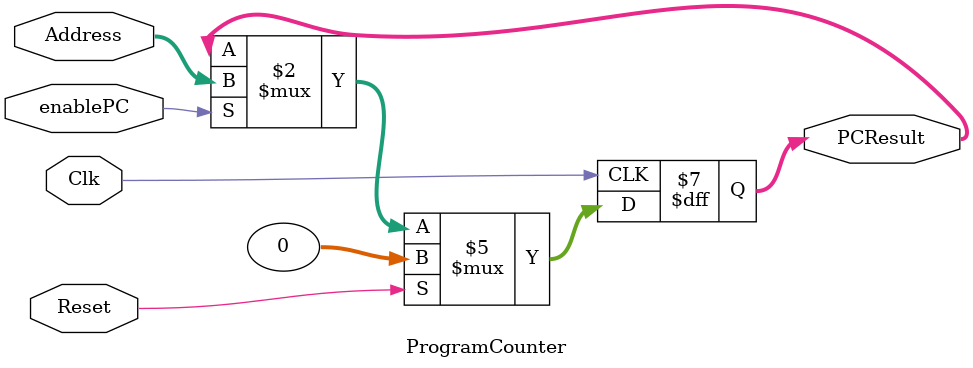
<source format=v>
`timescale 1ns / 1ps

module ProgramCounter(enablePC,Address, PCResult, Reset, Clk);
   
	input [31:0] Address;
	input enablePC, Reset, Clk;

	output reg [31:0] PCResult;
 
 always@(posedge Clk)begin 
       if (Reset)begin 
       PCResult<=32'd0;
       end 
       else if(enablePC)begin 
        PCResult<=Address;
       end 
 end 

endmodule


</source>
